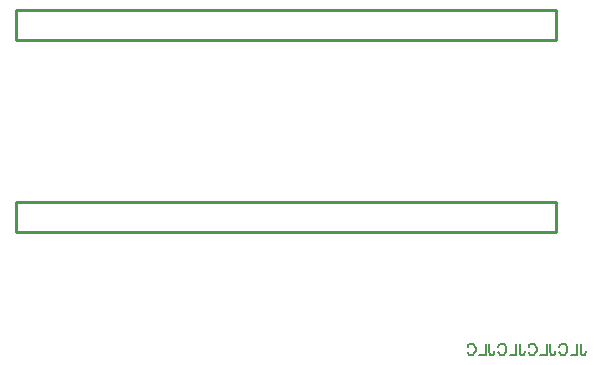
<source format=gbo>
G04 Layer: BottomSilkscreenLayer*
G04 EasyEDA v6.5.22, 2023-04-21 16:03:43*
G04 4c68439a23b5444c8928c868920feb27,770f932475b44407b2c7c1ef503837d0,10*
G04 Gerber Generator version 0.2*
G04 Scale: 100 percent, Rotated: No, Reflected: No *
G04 Dimensions in millimeters *
G04 leading zeros omitted , absolute positions ,4 integer and 5 decimal *
%FSLAX45Y45*%
%MOMM*%

%ADD10C,0.2032*%
%ADD11C,0.2540*%

%LPD*%
D10*
X-445452Y-2999084D02*
G01*
X-445452Y-3071812D01*
X-440908Y-3085447D01*
X-436361Y-3089993D01*
X-427271Y-3094540D01*
X-418180Y-3094540D01*
X-409089Y-3089993D01*
X-404545Y-3085447D01*
X-399999Y-3071812D01*
X-399999Y-3062721D01*
X-475452Y-2999084D02*
G01*
X-475452Y-3094540D01*
X-475452Y-3094540D02*
G01*
X-529998Y-3094540D01*
X-628180Y-3021812D02*
G01*
X-623636Y-3012721D01*
X-614545Y-3003631D01*
X-605452Y-2999084D01*
X-587270Y-2999084D01*
X-578180Y-3003631D01*
X-569089Y-3012721D01*
X-564545Y-3021812D01*
X-559998Y-3035447D01*
X-559998Y-3058175D01*
X-564545Y-3071812D01*
X-569089Y-3080903D01*
X-578180Y-3089993D01*
X-587270Y-3094540D01*
X-605452Y-3094540D01*
X-614545Y-3089993D01*
X-623636Y-3080903D01*
X-628180Y-3071812D01*
X-703635Y-2999084D02*
G01*
X-703635Y-3071812D01*
X-699089Y-3085447D01*
X-694545Y-3089993D01*
X-685452Y-3094540D01*
X-676361Y-3094540D01*
X-667270Y-3089993D01*
X-662726Y-3085447D01*
X-658180Y-3071812D01*
X-658180Y-3062721D01*
X-733635Y-2999084D02*
G01*
X-733635Y-3094540D01*
X-733635Y-3094540D02*
G01*
X-788179Y-3094540D01*
X-886360Y-3021812D02*
G01*
X-881816Y-3012721D01*
X-872726Y-3003631D01*
X-863635Y-2999084D01*
X-845451Y-2999084D01*
X-836361Y-3003631D01*
X-827270Y-3012721D01*
X-822726Y-3021812D01*
X-818179Y-3035447D01*
X-818179Y-3058175D01*
X-822726Y-3071812D01*
X-827270Y-3080903D01*
X-836361Y-3089993D01*
X-845451Y-3094540D01*
X-863635Y-3094540D01*
X-872726Y-3089993D01*
X-881816Y-3080903D01*
X-886360Y-3071812D01*
X-961816Y-2999084D02*
G01*
X-961816Y-3071812D01*
X-957270Y-3085447D01*
X-952726Y-3089993D01*
X-943635Y-3094540D01*
X-934544Y-3094540D01*
X-925451Y-3089993D01*
X-920907Y-3085447D01*
X-916360Y-3071812D01*
X-916360Y-3062721D01*
X-991816Y-2999084D02*
G01*
X-991816Y-3094540D01*
X-991816Y-3094540D02*
G01*
X-1046360Y-3094540D01*
X-1144544Y-3021812D02*
G01*
X-1139997Y-3012721D01*
X-1130907Y-3003631D01*
X-1121816Y-2999084D01*
X-1103635Y-2999084D01*
X-1094544Y-3003631D01*
X-1085451Y-3012721D01*
X-1080907Y-3021812D01*
X-1076360Y-3035447D01*
X-1076360Y-3058175D01*
X-1080907Y-3071812D01*
X-1085451Y-3080903D01*
X-1094544Y-3089993D01*
X-1103635Y-3094540D01*
X-1121816Y-3094540D01*
X-1130907Y-3089993D01*
X-1139997Y-3080903D01*
X-1144544Y-3071812D01*
X-1219997Y-2999084D02*
G01*
X-1219997Y-3071812D01*
X-1215450Y-3085447D01*
X-1210906Y-3089993D01*
X-1201816Y-3094540D01*
X-1192725Y-3094540D01*
X-1183634Y-3089993D01*
X-1179088Y-3085447D01*
X-1174544Y-3071812D01*
X-1174544Y-3062721D01*
X-1249997Y-2999084D02*
G01*
X-1249997Y-3094540D01*
X-1249997Y-3094540D02*
G01*
X-1304544Y-3094540D01*
X-1402725Y-3021812D02*
G01*
X-1398178Y-3012721D01*
X-1389087Y-3003631D01*
X-1379997Y-2999084D01*
X-1361815Y-2999084D01*
X-1352725Y-3003631D01*
X-1343634Y-3012721D01*
X-1339087Y-3021812D01*
X-1334543Y-3035447D01*
X-1334543Y-3058175D01*
X-1339087Y-3071812D01*
X-1343634Y-3080903D01*
X-1352725Y-3089993D01*
X-1361815Y-3094540D01*
X-1379997Y-3094540D01*
X-1389087Y-3089993D01*
X-1398178Y-3080903D01*
X-1402725Y-3071812D01*
D11*
X-5226989Y-1798599D02*
G01*
X-5226989Y-2052599D01*
X-654997Y-2052599D01*
X-654997Y-1798599D01*
X-5226989Y-1798599D01*
X-5226989Y-172999D02*
G01*
X-5226989Y-426999D01*
X-654997Y-426999D01*
X-654997Y-172999D01*
X-5226989Y-172999D01*
M02*

</source>
